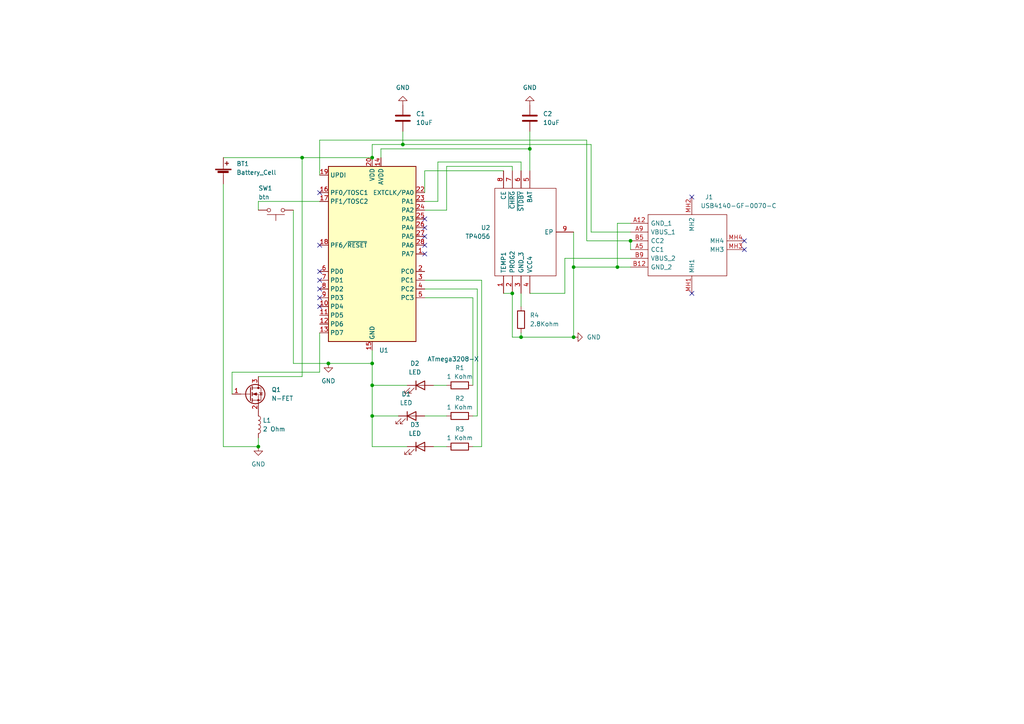
<source format=kicad_sch>
(kicad_sch (version 20211123) (generator eeschema)
  (paper "A4")
  (title_block (title "Rectangle Control Module") (rev "1") (company "Sapient Design") (comment 1 "Designed by: Homer Morrill") (comment 2 "All solder used is to be LF"))
  (lib_symbols
    (symbol "Device:Battery_Cell" (pin_numbers hide) (pin_names (offset 0) hide)
      (property "Reference" "BT" (at 2.54 2.54 0))
      (property "Value" "Battery_Cell" (at 2.54 0 0))
      (symbol "Battery_Cell_0_1"
        (rectangle (start -2.286 1.778) (end 2.286 1.524) (fill (type outline)))
        (rectangle (start -1.5748 1.1938) (end 1.4732 0.6858) (fill (type outline)))
        (polyline (pts (xy 0 0.762) (xy 0 0)))
        (polyline (pts (xy 0 1.778) (xy 0 2.54)))
        (polyline (pts (xy 0.508 3.429) (xy 1.524 3.429)) (stroke (width 0.254)))
        (polyline (pts (xy 1.016 3.937) (xy 1.016 2.921)) (stroke (width 0.254)))
      )
      (symbol "Battery_Cell_1_1"
        (pin passive line (at 0 5.08 270) (length 2.54) (name "+") (number "1"))
        (pin passive line (at 0 -2.54 90) (length 2.54) (name "-") (number "2"))
      )
    )
    (symbol "Device:C" (pin_numbers hide) (pin_names (offset 0.254))
      (property "Reference" "C" (at 0.635 2.54 0))
      (property "Value" "C" (at 0.635 -2.54 0))
      (symbol "C_0_1"
        (polyline (pts (xy -2.032 -0.762) (xy 2.032 -0.762)) (stroke (width 0.508)))
        (polyline (pts (xy -2.032 0.762) (xy 2.032 0.762)) (stroke (width 0.508)))
      )
      (symbol "C_1_1"
        (pin passive line (at 0 3.81 270) (length 2.794) (name "~") (number "1"))
        (pin passive line (at 0 -3.81 90) (length 2.794) (name "~") (number "2"))
      )
    )
    (symbol "Device:L" (pin_numbers hide) (pin_names (offset 1.016) hide)
      (property "Reference" "L" (at -1.27 0 90))
      (property "Value" "L" (at 1.905 0 90))
      (symbol "L_0_1"
        (arc (start 0 -2.54) (mid 0.635 -1.905) (end 0 -1.27))
        (arc (start 0 -1.27) (mid 0.635 -0.635) (end 0 0))
        (arc (start 0 0) (mid 0.635 0.635) (end 0 1.27))
        (arc (start 0 1.27) (mid 0.635 1.905) (end 0 2.54))
      )
      (symbol "L_1_1"
        (pin passive line (at 0 3.81 270) (length 1.27) (name "1") (number "1"))
        (pin passive line (at 0 -3.81 90) (length 1.27) (name "2") (number "2"))
      )
    )
    (symbol "Device:LED" (pin_numbers hide) (pin_names (offset 1.016) hide)
      (property "Reference" "D" (at 0 2.54 0))
      (property "Value" "LED" (at 0 -2.54 0))
      (symbol "LED_0_1"
        (polyline (pts (xy -1.27 -1.27) (xy -1.27 1.27)) (stroke (width 0.254)))
        (polyline (pts (xy -1.27 0) (xy 1.27 0)))
        (polyline (pts (xy 1.27 -1.27) (xy 1.27 1.27) (xy -1.27 0) (xy 1.27 -1.27)) (stroke (width 0.254)))
        (polyline (pts (xy -3.048 -0.762) (xy -4.572 -2.286) (xy -3.81 -2.286) (xy -4.572 -2.286) (xy -4.572 -1.524)))
        (polyline (pts (xy -1.778 -0.762) (xy -3.302 -2.286) (xy -2.54 -2.286) (xy -3.302 -2.286) (xy -3.302 -1.524)))
      )
      (symbol "LED_1_1"
        (pin passive line (at -3.81 0 0) (length 2.54) (name "K") (number "1"))
        (pin passive line (at 3.81 0 180) (length 2.54) (name "A") (number "2"))
      )
    )
    (symbol "Device:R" (pin_numbers hide) (pin_names (offset 0))
      (property "Reference" "R" (at 2.032 0 90))
      (property "Value" "R" (at 0 0 90))
      (symbol "R_0_1"
        (rectangle (start -1.016 -2.54) (end 1.016 2.54) (stroke (width 0.254)))
      )
      (symbol "R_1_1"
        (pin passive line (at 0 3.81 270) (length 1.27) (name "~") (number "1"))
        (pin passive line (at 0 -3.81 90) (length 1.27) (name "~") (number "2"))
      )
    )
    (symbol "MCU_Microchip_ATmega:ATmega3208-X"
      (property "Reference" "U" (at -12.7 26.67 0))
      (property "Value" "ATmega3208-X" (at 2.54 -26.67 0))
      (symbol "ATmega3208-X_0_1"
        (rectangle (start -12.7 -25.4) (end 12.7 25.4) (stroke (width 0.254)) (fill (type background)))
      )
      (symbol "ATmega3208-X_1_1"
        (pin bidirectional line (at 15.24 0 180) (length 2.54) (name "PA7") (number "1"))
        (pin bidirectional line (at -15.24 -15.24 0) (length 2.54) (name "PD4") (number "10"))
        (pin bidirectional line (at -15.24 -17.78 0) (length 2.54) (name "PD5") (number "11"))
        (pin bidirectional line (at -15.24 -20.32 0) (length 2.54) (name "PD6") (number "12"))
        (pin bidirectional line (at -15.24 -22.86 0) (length 2.54) (name "PD7") (number "13"))
        (pin power_in line (at 2.54 27.94 270) (length 2.54) (name "AVDD") (number "14"))
        (pin power_in line (at 0 -27.94 90) (length 2.54) (name "GND") (number "15"))
        (pin bidirectional line (at -15.24 17.78 0) (length 2.54) (name "PF0/TOSC1") (number "16"))
        (pin bidirectional line (at -15.24 15.24 0) (length 2.54) (name "PF1/TOSC2") (number "17"))
        (pin bidirectional line (at -15.24 2.54 0) (length 2.54) (name "PF6/~{RESET}") (number "18"))
        (pin bidirectional line (at -15.24 22.86 0) (length 2.54) (name "UPDI") (number "19"))
        (pin bidirectional line (at 15.24 -5.08 180) (length 2.54) (name "PC0") (number "2"))
        (pin power_in line (at 0 27.94 270) (length 2.54) (name "VDD") (number "20"))
        (pin passive line (at 0 -27.94 90) (length 2.54) hide (name "GND") (number "21"))
        (pin bidirectional line (at 15.24 17.78 180) (length 2.54) (name "EXTCLK/PA0") (number "22"))
        (pin bidirectional line (at 15.24 15.24 180) (length 2.54) (name "PA1") (number "23"))
        (pin bidirectional line (at 15.24 12.7 180) (length 2.54) (name "PA2") (number "24"))
        (pin bidirectional line (at 15.24 10.16 180) (length 2.54) (name "PA3") (number "25"))
        (pin bidirectional line (at 15.24 7.62 180) (length 2.54) (name "PA4") (number "26"))
        (pin bidirectional line (at 15.24 5.08 180) (length 2.54) (name "PA5") (number "27"))
        (pin bidirectional line (at 15.24 2.54 180) (length 2.54) (name "PA6") (number "28"))
        (pin bidirectional line (at 15.24 -7.62 180) (length 2.54) (name "PC1") (number "3"))
        (pin bidirectional line (at 15.24 -10.16 180) (length 2.54) (name "PC2") (number "4"))
        (pin bidirectional line (at 15.24 -12.7 180) (length 2.54) (name "PC3") (number "5"))
        (pin bidirectional line (at -15.24 -5.08 0) (length 2.54) (name "PD0") (number "6"))
        (pin bidirectional line (at -15.24 -7.62 0) (length 2.54) (name "PD1") (number "7"))
        (pin bidirectional line (at -15.24 -10.16 0) (length 2.54) (name "PD2") (number "8"))
        (pin bidirectional line (at -15.24 -12.7 0) (length 2.54) (name "PD3") (number "9"))
      )
    )
    (symbol "SamacSys:TP4056" (pin_names (offset 0.762))
      (property "Reference" "J" (at 31.75 7.62 0))
      (property "Value" "TP4056" (at 31.75 5.08 0))
      (symbol "TP4056_0_0"
        (pin passive line (at 0 0 0) (length 5.08) (name "TEMP1") (number "1"))
        (pin passive line (at 0 -2.54 0) (length 5.08) (name "PROG2") (number "2"))
        (pin passive line (at 0 -5.08 0) (length 5.08) (name "GND_3") (number "3"))
        (pin passive line (at 0 -7.62 0) (length 5.08) (name "VCC4") (number "4"))
        (pin passive line (at 35.56 -7.62 180) (length 5.08) (name "BAT") (number "5"))
        (pin passive line (at 35.56 -5.08 180) (length 5.08) (name "~{STDBY}") (number "6"))
        (pin passive line (at 35.56 -2.54 180) (length 5.08) (name "~{CHRG}") (number "7"))
        (pin passive line (at 35.56 0 180) (length 5.08) (name "CE") (number "8"))
        (pin passive line (at 17.78 -20.32 90) (length 5.08) (name "EP") (number "9"))
      )
      (symbol "TP4056_0_1"
        (polyline (pts (xy 5.08 2.54) (xy 30.48 2.54) (xy 30.48 -15.24) (xy 5.08 -15.24) (xy 5.08 2.54)) (stroke (width 0.1524)))
      )
    )
    (symbol "SamacSys:USB4140-GF-0070-C" (pin_names (offset 0.762))
      (property "Reference" "J" (at 24.13 17.78 0))
      (property "Value" "USB4140-GF-0070-C" (at 24.13 15.24 0))
      (symbol "USB4140-GF-0070-C_0_0"
        (pin passive line (at 20.32 17.78 270) (length 5.08) (name "GND_1") (number "A12"))
        (pin passive line (at 12.7 17.78 270) (length 5.08) (name "CC1") (number "A5"))
        (pin passive line (at 17.78 17.78 270) (length 5.08) (name "VBUS_1") (number "A9"))
        (pin passive line (at 7.62 17.78 270) (length 5.08) (name "GND_2") (number "B12"))
        (pin passive line (at 15.24 17.78 270) (length 5.08) (name "CC2") (number "B5"))
        (pin passive line (at 10.16 17.78 270) (length 5.08) (name "VBUS_2") (number "B9"))
        (pin passive line (at 0 0 0) (length 5.08) (name "MH1") (number "MH1"))
        (pin passive line (at 27.94 0 180) (length 5.08) (name "MH2") (number "MH2"))
        (pin passive line (at 12.7 -15.24 90) (length 5.08) (name "MH3") (number "MH3"))
        (pin passive line (at 15.24 -15.24 90) (length 5.08) (name "MH4") (number "MH4"))
      )
      (symbol "USB4140-GF-0070-C_0_1"
        (polyline (pts (xy 5.08 12.7) (xy 22.86 12.7) (xy 22.86 -10.16) (xy 5.08 -10.16) (xy 5.08 12.7)) (stroke (width 0.1524)))
      )
    )
    (symbol "Switch:SW_Push" (pin_numbers hide) (pin_names (offset 1.016) hide)
      (property "Reference" "SW" (at 1.27 2.54 0))
      (property "Value" "SW_Push" (at 0 -1.524 0))
      (symbol "SW_Push_0_1"
        (circle (center -2.032 0) (radius 0.508))
        (polyline (pts (xy 0 1.27) (xy 0 3.048)))
        (polyline (pts (xy 2.54 1.27) (xy -2.54 1.27)))
        (circle (center 2.032 0) (radius 0.508))
        (pin passive line (at -5.08 0 0) (length 2.54) (name "1") (number "1"))
        (pin passive line (at 5.08 0 180) (length 2.54) (name "2") (number "2"))
      )
    )
    (symbol "Transistor_FET:AO3400A" (pin_names hide)
      (property "Reference" "Q" (at 5.08 1.905 0))
      (property "Value" "AO3400A" (at 5.08 0 0))
      (symbol "AO3400A_0_1"
        (polyline (pts (xy 0.254 0) (xy -2.54 0)))
        (polyline (pts (xy 0.254 1.905) (xy 0.254 -1.905)) (stroke (width 0.254)))
        (polyline (pts (xy 0.762 -1.27) (xy 0.762 -2.286)) (stroke (width 0.254)))
        (polyline (pts (xy 0.762 0.508) (xy 0.762 -0.508)) (stroke (width 0.254)))
        (polyline (pts (xy 0.762 2.286) (xy 0.762 1.27)) (stroke (width 0.254)))
        (polyline (pts (xy 2.54 2.54) (xy 2.54 1.778)))
        (polyline (pts (xy 2.54 -2.54) (xy 2.54 0) (xy 0.762 0)))
        (polyline (pts (xy 0.762 -1.778) (xy 3.302 -1.778) (xy 3.302 1.778) (xy 0.762 1.778)))
        (polyline (pts (xy 1.016 0) (xy 2.032 0.381) (xy 2.032 -0.381) (xy 1.016 0)) (fill (type outline)))
        (polyline (pts (xy 2.794 0.508) (xy 2.921 0.381) (xy 3.683 0.381) (xy 3.81 0.254)))
        (polyline (pts (xy 3.302 0.381) (xy 2.921 -0.254) (xy 3.683 -0.254) (xy 3.302 0.381)))
        (circle (center 1.651 0) (radius 2.794) (stroke (width 0.254)))
        (circle (center 2.54 -1.778) (radius 0.254) (fill (type outline)))
        (circle (center 2.54 1.778) (radius 0.254) (fill (type outline)))
      )
      (symbol "AO3400A_1_1"
        (pin input line (at -5.08 0 0) (length 2.54) (name "G") (number "1"))
        (pin passive line (at 2.54 -5.08 90) (length 2.54) (name "S") (number "2"))
        (pin passive line (at 2.54 5.08 270) (length 2.54) (name "D") (number "3"))
      )
    )
    (symbol "power:GND" (power) (pin_names (offset 0))
      (property "Value" "GND" (at 0 -3.81 0))
      (symbol "GND_0_1"
        (polyline (pts (xy 0 0) (xy 0 -1.27) (xy 1.27 -1.27) (xy 0 -2.54) (xy -1.27 -1.27) (xy 0 -1.27)))
      )
      (symbol "GND_1_1"
        (pin power_in line (at 0 0 270) (length 0) hide (name "GND") (number "1"))
      )
    )
  )
  (junction (at 166.37 97.79))
  (junction (at 179.07 77.47))
  (junction (at 151.13 97.79))
  (junction (at 148.59 85.09))
  (junction (at 87.63 45.72))
  (junction (at 107.95 120.65))
  (junction (at 153.67 43.18))
  (junction (at 182.88 69.85))
  (junction (at 166.37 77.47))
  (junction (at 107.95 111.76))
  (junction (at 95.25 105.41))
  (junction (at 107.95 105.41))
  (junction (at 74.93 129.54))
  (junction (at 116.84 41.91))
  (junction (at 107.95 45.72))
  (no_connect (at 200.66 57.15))
  (no_connect (at 215.9 69.85))
  (no_connect (at 200.66 85.09))
  (no_connect (at 215.9 72.39))
  (no_connect (at 123.19 68.58))
  (no_connect (at 123.19 66.04))
  (no_connect (at 123.19 63.5))
  (no_connect (at 92.71 55.88))
  (no_connect (at 92.71 78.74))
  (no_connect (at 92.71 88.9))
  (no_connect (at 92.71 86.36))
  (no_connect (at 92.71 83.82))
  (no_connect (at 92.71 81.28))
  (no_connect (at 123.19 73.66))
  (no_connect (at 123.19 71.12))
  (no_connect (at 92.71 71.12))
  (wire (pts (xy 170.18 40.64) (xy 170.18 69.85)))
  (wire (pts (xy 87.63 45.72) (xy 87.63 109.22)))
  (wire (pts (xy 148.59 48.26) (xy 148.59 49.53)))
  (wire (pts (xy 123.19 81.28) (xy 139.7 81.28)))
  (wire (pts (xy 67.31 107.95) (xy 92.71 107.95)))
  (wire (pts (xy 87.63 45.72) (xy 64.77 45.72)))
  (wire (pts (xy 123.19 120.65) (xy 129.54 120.65)))
  (wire (pts (xy 163.83 85.09) (xy 153.67 85.09)))
  (wire (pts (xy 166.37 77.47) (xy 166.37 97.79)))
  (wire (pts (xy 74.93 58.42) (xy 92.71 58.42)))
  (wire (pts (xy 74.93 129.54) (xy 64.77 129.54)))
  (wire (pts (xy 125.73 111.76) (xy 129.54 111.76)))
  (wire (pts (xy 153.67 43.18) (xy 153.67 49.53)))
  (wire (pts (xy 137.16 129.54) (xy 139.7 129.54)))
  (wire (pts (xy 85.09 105.41) (xy 95.25 105.41)))
  (wire (pts (xy 110.49 43.18) (xy 153.67 43.18)))
  (wire (pts (xy 170.18 69.85) (xy 182.88 69.85)))
  (wire (pts (xy 139.7 129.54) (xy 139.7 81.28)))
  (wire (pts (xy 127 58.42) (xy 123.19 58.42)))
  (wire (pts (xy 107.95 120.65) (xy 115.57 120.65)))
  (wire (pts (xy 151.13 49.53) (xy 151.13 46.99)))
  (wire (pts (xy 166.37 67.31) (xy 166.37 77.47)))
  (wire (pts (xy 107.95 111.76) (xy 107.95 120.65)))
  (wire (pts (xy 151.13 96.52) (xy 151.13 97.79)))
  (wire (pts (xy 92.71 96.52) (xy 92.71 107.95)))
  (wire (pts (xy 85.09 60.96) (xy 85.09 105.41)))
  (wire (pts (xy 153.67 38.1) (xy 153.67 43.18)))
  (wire (pts (xy 107.95 129.54) (xy 118.11 129.54)))
  (wire (pts (xy 166.37 77.47) (xy 179.07 77.47)))
  (wire (pts (xy 74.93 127) (xy 74.93 129.54)))
  (wire (pts (xy 151.13 85.09) (xy 151.13 88.9)))
  (wire (pts (xy 116.84 38.1) (xy 116.84 41.91)))
  (wire (pts (xy 137.16 111.76) (xy 137.16 86.36)))
  (wire (pts (xy 148.59 85.09) (xy 148.59 97.79)))
  (wire (pts (xy 107.95 45.72) (xy 107.95 41.91)))
  (wire (pts (xy 116.84 41.91) (xy 171.45 41.91)))
  (wire (pts (xy 110.49 43.18) (xy 110.49 45.72)))
  (wire (pts (xy 123.19 83.82) (xy 138.43 83.82)))
  (wire (pts (xy 166.37 97.79) (xy 151.13 97.79)))
  (wire (pts (xy 107.95 101.6) (xy 107.95 105.41)))
  (wire (pts (xy 64.77 53.34) (xy 64.77 129.54)))
  (wire (pts (xy 129.54 60.96) (xy 123.19 60.96)))
  (wire (pts (xy 182.88 69.85) (xy 182.88 72.39)))
  (wire (pts (xy 67.31 114.3) (xy 67.31 107.95)))
  (wire (pts (xy 179.07 77.47) (xy 182.88 77.47)))
  (wire (pts (xy 129.54 48.26) (xy 148.59 48.26)))
  (wire (pts (xy 148.59 97.79) (xy 151.13 97.79)))
  (wire (pts (xy 74.93 58.42) (xy 74.93 60.96)))
  (wire (pts (xy 125.73 129.54) (xy 129.54 129.54)))
  (wire (pts (xy 129.54 48.26) (xy 129.54 60.96)))
  (wire (pts (xy 137.16 86.36) (xy 123.19 86.36)))
  (wire (pts (xy 95.25 105.41) (xy 107.95 105.41)))
  (wire (pts (xy 107.95 105.41) (xy 107.95 111.76)))
  (wire (pts (xy 182.88 64.77) (xy 179.07 64.77)))
  (wire (pts (xy 138.43 120.65) (xy 138.43 83.82)))
  (wire (pts (xy 107.95 120.65) (xy 107.95 129.54)))
  (wire (pts (xy 87.63 45.72) (xy 107.95 45.72)))
  (wire (pts (xy 137.16 120.65) (xy 138.43 120.65)))
  (wire (pts (xy 127 46.99) (xy 127 58.42)))
  (wire (pts (xy 107.95 111.76) (xy 118.11 111.76)))
  (wire (pts (xy 123.19 49.53) (xy 123.19 55.88)))
  (wire (pts (xy 182.88 67.31) (xy 171.45 67.31)))
  (wire (pts (xy 171.45 41.91) (xy 171.45 67.31)))
  (wire (pts (xy 182.88 74.93) (xy 163.83 74.93)))
  (wire (pts (xy 163.83 74.93) (xy 163.83 85.09)))
  (wire (pts (xy 151.13 46.99) (xy 127 46.99)))
  (wire (pts (xy 92.71 40.64) (xy 92.71 50.8)))
  (wire (pts (xy 74.93 109.22) (xy 87.63 109.22)))
  (wire (pts (xy 179.07 64.77) (xy 179.07 77.47)))
  (wire (pts (xy 146.05 85.09) (xy 148.59 85.09)))
  (wire (pts (xy 123.19 49.53) (xy 146.05 49.53)))
  (wire (pts (xy 107.95 41.91) (xy 116.84 41.91)))
  (wire (pts (xy 170.18 40.64) (xy 92.71 40.64)))
  (symbol (lib_id "Device:LED") (at 121.92 111.76 0) (unit 1)
    (property "Reference" "D2" (at 120.3325 105.41 0))
    (property "Value" "LED" (at 120.3325 107.95 0))
    (property "Footprint" "LED_SMD:LED_0603_1608Metric_Pad1.05x0.95mm_HandSolder" (effects hide))
  )
  (symbol (lib_id "power:GND") (at 74.93 129.54 0) (unit 1)
    (property "Reference" "#PWR0104" (effects hide))
    (property "Value" "GND" (at 74.93 134.62 0))
  )
  (symbol (lib_id "SamacSys:USB4140-GF-0070-C") (at 200.66 85.09 90) (unit 1)
    (property "Reference" "J1" (at 204.47 57.15 90) (effects (justify right)))
    (property "Value" "USB4140-GF-0070-C" (at 203.2 59.69 90) (effects (justify right)))
    (property "Footprint" "SamacSys:USB4140GF0070C" (effects hide))
    (property "Datasheet" "https://gct.co/files/drawings/usb4140.pdf?v=497efcde-01c1-4614-ade4-1b2d7a03c886" (effects hide))
    (property "Description" "USB Connectors USB C Rec GF Vert 6P SMT 0.7mm TH stakes H 6.5mm" (effects hide))
    (property "Height" "6.7" (effects hide))
    (property "Mouser Part Number" "640-USB4140-GF-0070C" (effects hide))
    (property "Mouser Price/Stock" "https://www.mouser.co.uk/ProductDetail/GCT/USB4140-GF-0070-C?qs=Li%252BoUPsLEnvSB5aSpvSBUA%3D%3D" (effects hide))
    (property "Manufacturer_Name" "GCT (GLOBAL CONNECTOR TECHNOLOGY)" (effects hide))
    (property "Manufacturer_Part_Number" "USB4140-GF-0070-C" (effects hide))
  )
  (symbol (lib_id "Device:R") (at 133.35 120.65 90) (unit 1)
    (property "Reference" "R2" (at 133.35 115.57 90))
    (property "Value" "1 Kohm" (at 133.35 118.11 90))
    (property "Footprint" "Resistor_SMD:R_0603_1608Metric_Pad0.98x0.95mm_HandSolder" (effects hide))
  )
  (symbol (lib_id "Device:L") (at 74.93 123.19 0) (unit 1)
    (property "Reference" "L1" (at 76.2 121.9199 0) (effects (justify left)))
    (property "Value" "2 Ohm" (at 76.2 124.4599 0) (effects (justify left)))
    (property "Footprint" "Inductor_THT:L_Axial_L6.6mm_D2.7mm_P2.54mm_Vertical_Vishay_IM-2" (effects hide))
  )
  (symbol (lib_id "Switch:SW_Push") (at 80.01 60.96 180) (unit 1)
    (property "Reference" "SW1" (at 74.93 54.61 0) (effects (justify right)))
    (property "Value" "btn" (at 74.93 57.15 0) (effects (justify right)))
    (property "Footprint" "Button_Switch_SMD:SW_Push_1P1T_NO_6x6mm_H9.5mm" (effects hide))
  )
  (symbol (lib_id "Device:R") (at 133.35 111.76 90) (unit 1)
    (property "Reference" "R1" (at 133.35 106.68 90))
    (property "Value" "1 Kohm" (at 133.35 109.22 90))
    (property "Footprint" "Resistor_SMD:R_0603_1608Metric_Pad0.98x0.95mm_HandSolder" (effects hide))
  )
  (symbol (lib_id "power:GND") (at 166.37 97.79 90) (unit 1)
    (property "Reference" "#PWR0103" (effects hide))
    (property "Value" "GND" (at 170.18 97.7899 90) (effects (justify right)))
  )
  (symbol (lib_id "Device:Battery_Cell") (at 64.77 50.8 0) (unit 1)
    (property "Reference" "BT1" (at 68.58 47.4979 0) (effects (justify left)))
    (property "Value" "Battery_Cell" (at 68.58 50.0379 0) (effects (justify left)))
    (property "Footprint" "Connector_PinHeader_2.54mm:PinHeader_1x02_P2.54mm_Vertical" (effects hide))
  )
  (symbol (lib_id "Device:LED") (at 119.38 120.65 0) (unit 1)
    (property "Reference" "D1" (at 117.7925 114.3 0))
    (property "Value" "LED" (at 117.7925 116.84 0))
    (property "Footprint" "LED_SMD:LED_0603_1608Metric_Pad1.05x0.95mm_HandSolder" (effects hide))
  )
  (symbol (lib_id "power:GND") (at 116.84 30.48 180) (unit 1)
    (property "Reference" "#PWR0101" (effects hide))
    (property "Value" "GND" (at 116.84 25.4 0))
  )
  (symbol (lib_id "MCU_Microchip_ATmega:ATmega3208-X") (at 107.95 73.66 0) (unit 1)
    (property "Reference" "U1" (at 109.9694 101.6 0) (effects (justify left)))
    (property "Value" "ATmega3208-X" (at 123.9394 104.14 0) (effects (justify left)))
    (property "Footprint" "Package_SO:SSOP-28_5.3x10.2mm_P0.65mm" (effects hide))
    (property "Datasheet" "http://ww1.microchip.com/downloads/en/DeviceDoc/40002018A.pdf" (effects hide))
  )
  (symbol (lib_id "Device:R") (at 151.13 92.71 0) (unit 1)
    (property "Reference" "R4" (at 153.67 91.4399 0) (effects (justify left)))
    (property "Value" "2.8Kohm" (at 153.67 93.9799 0) (effects (justify left)))
    (property "Footprint" "Resistor_SMD:R_0603_1608Metric_Pad0.98x0.95mm_HandSolder" (effects hide))
  )
  (symbol (lib_id "Device:C") (at 153.67 34.29 0) (unit 1)
    (property "Reference" "C2" (at 157.48 33.0199 0) (effects (justify left)))
    (property "Value" "10uF" (at 157.48 35.5599 0) (effects (justify left)))
    (property "Footprint" "Capacitor_SMD:C_0603_1608Metric_Pad1.08x0.95mm_HandSolder" (effects hide))
  )
  (symbol (lib_id "Device:LED") (at 121.92 129.54 0) (unit 1)
    (property "Reference" "D3" (at 120.3325 123.19 0))
    (property "Value" "LED" (at 120.3325 125.73 0))
    (property "Footprint" "LED_SMD:LED_0603_1608Metric_Pad1.05x0.95mm_HandSolder" (effects hide))
  )
  (symbol (lib_id "power:GND") (at 153.67 30.48 180) (unit 1)
    (property "Reference" "#PWR0102" (effects hide))
    (property "Value" "GND" (at 153.67 25.4 0))
  )
  (symbol (lib_id "SamacSys:TP4056") (at 146.05 85.09 90) (unit 1)
    (property "Reference" "U2" (at 142.24 66.0399 90) (effects (justify left)))
    (property "Value" "TP4056" (at 142.24 68.5799 90) (effects (justify left)))
    (property "Footprint" "Package_SO:SOIC-8-1EP_3.9x4.9mm_P1.27mm_EP2.514x3.2mm_ThermalVias" (effects hide))
    (property "Datasheet" "https://dlnmh9ip6v2uc.cloudfront.net/datasheets/Prototyping/TP4056.pdf" (effects hide))
    (property "Description" "1A Standalone Linear Li-lon Battery Charger, SOP-8" (effects hide))
    (property "Height" "1.75" (effects hide))
    (property "Manufacturer_Name" "NanJing Top Power" (effects hide))
    (property "Manufacturer_Part_Number" "TP4056" (effects hide))
  )
  (symbol (lib_id "Device:R") (at 133.35 129.54 90) (unit 1)
    (property "Reference" "R3" (at 133.35 124.46 90))
    (property "Value" "1 Kohm" (at 133.35 127 90))
    (property "Footprint" "Resistor_SMD:R_0603_1608Metric_Pad0.98x0.95mm_HandSolder" (effects hide))
  )
  (symbol (lib_id "Transistor_FET:AO3400A") (at 72.39 114.3 0) (unit 1)
    (property "Reference" "Q1" (at 78.74 113.0299 0) (effects (justify left)))
    (property "Value" "N-FET" (at 78.74 115.5699 0) (effects (justify left)))
    (property "Footprint" "Package_TO_SOT_SMD:SOT-23" (effects hide))
    (property "Datasheet" "http://www.aosmd.com/pdfs/datasheet/AO3400A.pdf" (effects hide))
  )
  (symbol (lib_id "power:GND") (at 95.25 105.41 0) (unit 1)
    (property "Reference" "#PWR0105" (effects hide))
    (property "Value" "GND" (at 95.25 110.49 0))
  )
  (symbol (lib_id "Device:C") (at 116.84 34.29 0) (unit 1)
    (property "Reference" "C1" (at 120.65 33.0199 0) (effects (justify left)))
    (property "Value" "10uF" (at 120.65 35.5599 0) (effects (justify left)))
    (property "Footprint" "Capacitor_SMD:C_0603_1608Metric_Pad1.08x0.95mm_HandSolder" (effects hide))
  )
)
</source>
